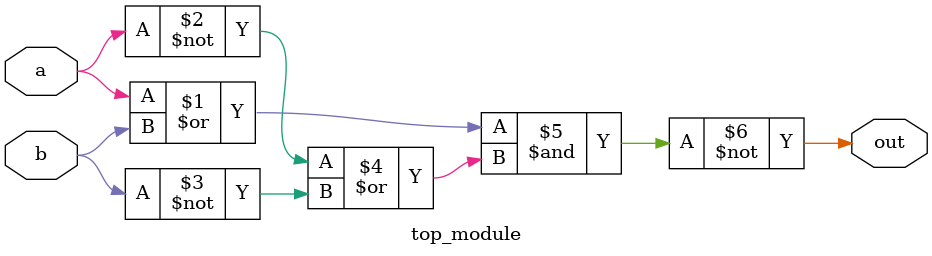
<source format=v>
module top_module( 
    input a, 
    input b, 
    output out );
    assign out = ~((a | b) & (~a | ~b));
endmodule

</source>
